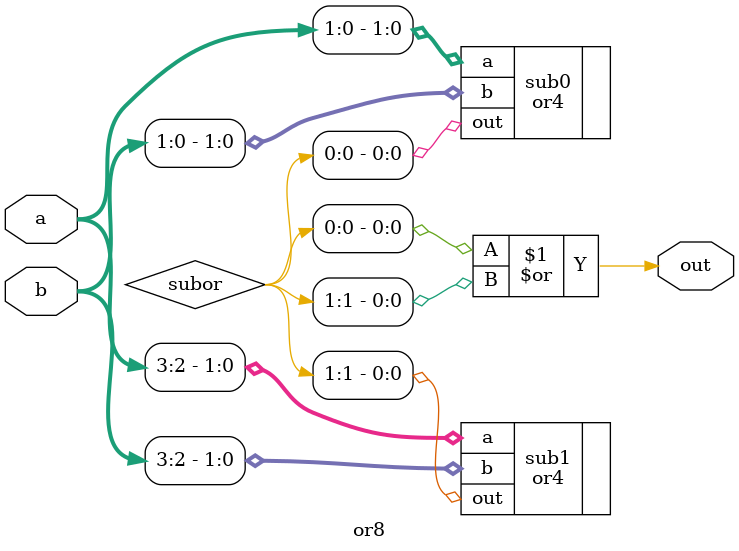
<source format=v>
module or8 (a, b, out);
    
    input [3:0] a;
    input [3:0] b;
    
    output out;
    
    wire [1:0] subor;
    
    or4 sub0 (.a(a[1:0]), .b(b[1:0]), .out(subor[0]));
    or4 sub1 (.a(a[3:2]), .b(b[3:2]), .out(subor[1]));
    
    assign out = subor[0] | subor[1];
    
endmodule

</source>
